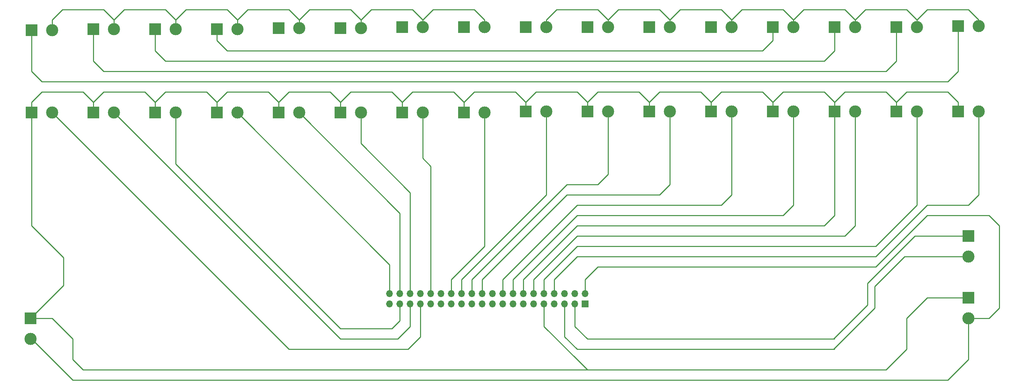
<source format=gbr>
%TF.GenerationSoftware,KiCad,Pcbnew,(6.0.9)*%
%TF.CreationDate,2022-12-20T13:31:30+02:00*%
%TF.ProjectId,piPDU,70695044-552e-46b6-9963-61645f706362,rev?*%
%TF.SameCoordinates,Original*%
%TF.FileFunction,Copper,L1,Top*%
%TF.FilePolarity,Positive*%
%FSLAX46Y46*%
G04 Gerber Fmt 4.6, Leading zero omitted, Abs format (unit mm)*
G04 Created by KiCad (PCBNEW (6.0.9)) date 2022-12-20 13:31:30*
%MOMM*%
%LPD*%
G01*
G04 APERTURE LIST*
%TA.AperFunction,ComponentPad*%
%ADD10R,3.000000X3.000000*%
%TD*%
%TA.AperFunction,ComponentPad*%
%ADD11C,3.000000*%
%TD*%
%TA.AperFunction,ComponentPad*%
%ADD12R,1.700000X1.700000*%
%TD*%
%TA.AperFunction,ComponentPad*%
%ADD13O,1.700000X1.700000*%
%TD*%
%TA.AperFunction,Conductor*%
%ADD14C,0.250000*%
%TD*%
G04 APERTURE END LIST*
D10*
%TO.P,J17,1,Pin_1*%
%TO.N,GND*%
X152400000Y-71628000D03*
D11*
%TO.P,J17,2,Pin_2*%
%TO.N,LED9*%
X157480000Y-71628000D03*
%TD*%
D10*
%TO.P,J13,1,Pin_1*%
%TO.N,GND*%
X121920000Y-71882000D03*
D11*
%TO.P,J13,2,Pin_2*%
%TO.N,LED7*%
X127000000Y-71882000D03*
%TD*%
D10*
%TO.P,J16,1,Pin_1*%
%TO.N,row8*%
X152400000Y-50800000D03*
D11*
%TO.P,J16,2,Pin_2*%
%TO.N,col1*%
X157480000Y-50800000D03*
%TD*%
D10*
%TO.P,J25,1,Pin_1*%
%TO.N,GND*%
X213360000Y-71628000D03*
D11*
%TO.P,J25,2,Pin_2*%
%TO.N,LED13*%
X218440000Y-71628000D03*
%TD*%
D10*
%TO.P,J11,1,Pin_1*%
%TO.N,GND*%
X106680000Y-71882000D03*
D11*
%TO.P,J11,2,Pin_2*%
%TO.N,LED6*%
X111760000Y-71882000D03*
%TD*%
D10*
%TO.P,J28,1,Pin_1*%
%TO.N,row2*%
X243840000Y-50800000D03*
D11*
%TO.P,J28,2,Pin_2*%
%TO.N,col1*%
X248920000Y-50800000D03*
%TD*%
D10*
%TO.P,J27,1,Pin_1*%
%TO.N,GND*%
X228600000Y-71628000D03*
D11*
%TO.P,J27,2,Pin_2*%
%TO.N,LED14*%
X233680000Y-71628000D03*
%TD*%
D10*
%TO.P,J12,1,Pin_1*%
%TO.N,row7*%
X121920000Y-50800000D03*
D11*
%TO.P,J12,2,Pin_2*%
%TO.N,col2*%
X127000000Y-50800000D03*
%TD*%
D10*
%TO.P,J31,1,Pin_1*%
%TO.N,GND*%
X259080000Y-71628000D03*
D11*
%TO.P,J31,2,Pin_2*%
%TO.N,LED16*%
X264160000Y-71628000D03*
%TD*%
D10*
%TO.P,J18,1,Pin_1*%
%TO.N,row7*%
X167640000Y-50800000D03*
D11*
%TO.P,J18,2,Pin_2*%
%TO.N,col1*%
X172720000Y-50800000D03*
%TD*%
D10*
%TO.P,J2,1,Pin_1*%
%TO.N,row2*%
X45720000Y-51308000D03*
D11*
%TO.P,J2,2,Pin_2*%
%TO.N,col2*%
X50800000Y-51308000D03*
%TD*%
D10*
%TO.P,J32,1,Pin_1*%
%TO.N,GND*%
X30226000Y-122682000D03*
D11*
%TO.P,J32,2,Pin_2*%
%TO.N,+5V*%
X30226000Y-127762000D03*
%TD*%
D10*
%TO.P,J1,1,Pin_1*%
%TO.N,GND*%
X30480000Y-71882000D03*
D11*
%TO.P,J1,2,Pin_2*%
%TO.N,LED1*%
X35560000Y-71882000D03*
%TD*%
D10*
%TO.P,J8,1,Pin_1*%
%TO.N,row5*%
X91440000Y-51054000D03*
D11*
%TO.P,J8,2,Pin_2*%
%TO.N,col2*%
X96520000Y-51054000D03*
%TD*%
D12*
%TO.P,J35,1,3V3*%
%TO.N,unconnected-(J35-Pad1)*%
X167095000Y-119047000D03*
D13*
%TO.P,J35,2,5V*%
%TO.N,+5V*%
X167095000Y-116507000D03*
%TO.P,J35,3,SDA/GPIO2*%
%TO.N,Net-(J34-Pad1)*%
X164555000Y-119047000D03*
%TO.P,J35,4,5V*%
%TO.N,unconnected-(J35-Pad4)*%
X164555000Y-116507000D03*
%TO.P,J35,5,SCL/GPIO3*%
%TO.N,Net-(J34-Pad2)*%
X162015000Y-119047000D03*
%TO.P,J35,6,GND*%
%TO.N,unconnected-(J35-Pad6)*%
X162015000Y-116507000D03*
%TO.P,J35,7,GCLK0/GPIO4*%
%TO.N,row8*%
X159475000Y-119047000D03*
%TO.P,J35,8,GPIO14/TXD*%
%TO.N,LED16*%
X159475000Y-116507000D03*
%TO.P,J35,9,GND*%
%TO.N,GND*%
X156935000Y-119047000D03*
%TO.P,J35,10,GPIO15/RXD*%
%TO.N,LED15*%
X156935000Y-116507000D03*
%TO.P,J35,11,GPIO17*%
%TO.N,row7*%
X154395000Y-119047000D03*
%TO.P,J35,12,GPIO18/PWM0*%
%TO.N,LED14*%
X154395000Y-116507000D03*
%TO.P,J35,13,GPIO27*%
%TO.N,row6*%
X151855000Y-119047000D03*
%TO.P,J35,14,GND*%
%TO.N,GND*%
X151855000Y-116507000D03*
%TO.P,J35,15,GPIO22*%
%TO.N,row5*%
X149315000Y-119047000D03*
%TO.P,J35,16,GPIO23*%
%TO.N,LED13*%
X149315000Y-116507000D03*
%TO.P,J35,17,3V3*%
%TO.N,unconnected-(J35-Pad17)*%
X146775000Y-119047000D03*
%TO.P,J35,18,GPIO24*%
%TO.N,LED12*%
X146775000Y-116507000D03*
%TO.P,J35,19,MOSI0/GPIO10*%
%TO.N,col1*%
X144235000Y-119047000D03*
%TO.P,J35,20,GND*%
%TO.N,unconnected-(J35-Pad20)*%
X144235000Y-116507000D03*
%TO.P,J35,21,MISO0/GPIO9*%
%TO.N,row1*%
X141695000Y-119047000D03*
%TO.P,J35,22,GPIO25*%
%TO.N,LED11*%
X141695000Y-116507000D03*
%TO.P,J35,23,SCLK0/GPIO11*%
%TO.N,col2*%
X139155000Y-119047000D03*
%TO.P,J35,24,~{CE0}/GPIO8*%
%TO.N,LED10*%
X139155000Y-116507000D03*
%TO.P,J35,25,GND*%
%TO.N,unconnected-(J35-Pad25)*%
X136615000Y-119047000D03*
%TO.P,J35,26,~{CE1}/GPIO7*%
%TO.N,LED9*%
X136615000Y-116507000D03*
%TO.P,J35,27,ID_SD/GPIO0*%
%TO.N,row2*%
X134075000Y-119047000D03*
%TO.P,J35,28,ID_SC/GPIO1*%
%TO.N,LED8*%
X134075000Y-116507000D03*
%TO.P,J35,29,GCLK1/GPIO5*%
%TO.N,row3*%
X131535000Y-119047000D03*
%TO.P,J35,30,GND*%
%TO.N,unconnected-(J35-Pad30)*%
X131535000Y-116507000D03*
%TO.P,J35,31,GCLK2/GPIO6*%
%TO.N,row4*%
X128995000Y-119047000D03*
%TO.P,J35,32,PWM0/GPIO12*%
%TO.N,LED7*%
X128995000Y-116507000D03*
%TO.P,J35,33,PWM1/GPIO13*%
%TO.N,LED1*%
X126455000Y-119047000D03*
%TO.P,J35,34,GND*%
%TO.N,unconnected-(J35-Pad34)*%
X126455000Y-116507000D03*
%TO.P,J35,35,GPIO19/MISO1*%
%TO.N,LED2*%
X123915000Y-119047000D03*
%TO.P,J35,36,GPIO16*%
%TO.N,LED6*%
X123915000Y-116507000D03*
%TO.P,J35,37,GPIO26*%
%TO.N,LED3*%
X121375000Y-119047000D03*
%TO.P,J35,38,GPIO20/MOSI1*%
%TO.N,LED5*%
X121375000Y-116507000D03*
%TO.P,J35,39,GND*%
%TO.N,unconnected-(J35-Pad39)*%
X118835000Y-119047000D03*
%TO.P,J35,40,GPIO21/SCLK1*%
%TO.N,LED4*%
X118835000Y-116507000D03*
%TD*%
D10*
%TO.P,J14,1,Pin_1*%
%TO.N,row8*%
X137160000Y-50800000D03*
D11*
%TO.P,J14,2,Pin_2*%
%TO.N,col2*%
X142240000Y-50800000D03*
%TD*%
D10*
%TO.P,J20,1,Pin_1*%
%TO.N,row6*%
X182880000Y-50800000D03*
D11*
%TO.P,J20,2,Pin_2*%
%TO.N,col1*%
X187960000Y-50800000D03*
%TD*%
D10*
%TO.P,J4,1,Pin_1*%
%TO.N,row3*%
X60960000Y-51308000D03*
D11*
%TO.P,J4,2,Pin_2*%
%TO.N,col2*%
X66040000Y-51308000D03*
%TD*%
D10*
%TO.P,J9,1,Pin_1*%
%TO.N,GND*%
X91440000Y-71882000D03*
D11*
%TO.P,J9,2,Pin_2*%
%TO.N,LED5*%
X96520000Y-71882000D03*
%TD*%
D10*
%TO.P,J23,1,Pin_1*%
%TO.N,GND*%
X198120000Y-71628000D03*
D11*
%TO.P,J23,2,Pin_2*%
%TO.N,LED12*%
X203200000Y-71628000D03*
%TD*%
D10*
%TO.P,J6,1,Pin_1*%
%TO.N,row4*%
X76200000Y-51308000D03*
D11*
%TO.P,J6,2,Pin_2*%
%TO.N,col2*%
X81280000Y-51308000D03*
%TD*%
D10*
%TO.P,J21,1,Pin_1*%
%TO.N,GND*%
X182880000Y-71628000D03*
D11*
%TO.P,J21,2,Pin_2*%
%TO.N,LED11*%
X187960000Y-71628000D03*
%TD*%
D10*
%TO.P,J29,1,Pin_1*%
%TO.N,GND*%
X243840000Y-71628000D03*
D11*
%TO.P,J29,2,Pin_2*%
%TO.N,LED15*%
X248920000Y-71628000D03*
%TD*%
D10*
%TO.P,J0,1,Pin_1*%
%TO.N,row1*%
X30480000Y-51562000D03*
D11*
%TO.P,J0,2,Pin_2*%
%TO.N,col2*%
X35560000Y-51562000D03*
%TD*%
D10*
%TO.P,J15,1,Pin_1*%
%TO.N,GND*%
X137160000Y-71882000D03*
D11*
%TO.P,J15,2,Pin_2*%
%TO.N,LED8*%
X142240000Y-71882000D03*
%TD*%
D10*
%TO.P,J24,1,Pin_1*%
%TO.N,row4*%
X213360000Y-50800000D03*
D11*
%TO.P,J24,2,Pin_2*%
%TO.N,col1*%
X218440000Y-50800000D03*
%TD*%
D10*
%TO.P,J10,1,Pin_1*%
%TO.N,row6*%
X106680000Y-51054000D03*
D11*
%TO.P,J10,2,Pin_2*%
%TO.N,col2*%
X111760000Y-51054000D03*
%TD*%
D10*
%TO.P,J5,1,Pin_1*%
%TO.N,GND*%
X60960000Y-71882000D03*
D11*
%TO.P,J5,2,Pin_2*%
%TO.N,LED3*%
X66040000Y-71882000D03*
%TD*%
D10*
%TO.P,J22,1,Pin_1*%
%TO.N,row5*%
X198120000Y-50800000D03*
D11*
%TO.P,J22,2,Pin_2*%
%TO.N,col1*%
X203200000Y-50800000D03*
%TD*%
D10*
%TO.P,J34,1,Pin_1*%
%TO.N,Net-(J34-Pad1)*%
X261620000Y-102362000D03*
D11*
%TO.P,J34,2,Pin_2*%
%TO.N,Net-(J34-Pad2)*%
X261620000Y-107442000D03*
%TD*%
D10*
%TO.P,J3,1,Pin_1*%
%TO.N,GND*%
X45720000Y-71882000D03*
D11*
%TO.P,J3,2,Pin_2*%
%TO.N,LED2*%
X50800000Y-71882000D03*
%TD*%
D10*
%TO.P,J30,1,Pin_1*%
%TO.N,row1*%
X259080000Y-50546000D03*
D11*
%TO.P,J30,2,Pin_2*%
%TO.N,col1*%
X264160000Y-50546000D03*
%TD*%
D10*
%TO.P,J26,1,Pin_1*%
%TO.N,row3*%
X228600000Y-50800000D03*
D11*
%TO.P,J26,2,Pin_2*%
%TO.N,col1*%
X233680000Y-50800000D03*
%TD*%
D10*
%TO.P,J33,1,Pin_1*%
%TO.N,GND*%
X261620000Y-117602000D03*
D11*
%TO.P,J33,2,Pin_2*%
%TO.N,+5V*%
X261620000Y-122682000D03*
%TD*%
D10*
%TO.P,J19,1,Pin_1*%
%TO.N,GND*%
X167640000Y-71628000D03*
D11*
%TO.P,J19,2,Pin_2*%
%TO.N,LED10*%
X172720000Y-71628000D03*
%TD*%
D10*
%TO.P,J7,1,Pin_1*%
%TO.N,GND*%
X76200000Y-71882000D03*
D11*
%TO.P,J7,2,Pin_2*%
%TO.N,LED4*%
X81280000Y-71882000D03*
%TD*%
D14*
%TO.N,GND*%
X30480000Y-122682000D02*
X35560000Y-122682000D01*
X30480000Y-99822000D02*
X30480000Y-71882000D01*
X45720000Y-69342000D02*
X45720000Y-71882000D01*
X154940000Y-66802000D02*
X165100000Y-66802000D01*
X226060000Y-99822000D02*
X228600000Y-97282000D01*
X185420000Y-66802000D02*
X195580000Y-66802000D01*
X137160000Y-69342000D02*
X139700000Y-66802000D01*
X195580000Y-66802000D02*
X198120000Y-69342000D01*
X36322000Y-105664000D02*
X30480000Y-99822000D01*
X43180000Y-66802000D02*
X45720000Y-69342000D01*
X215900000Y-66802000D02*
X226060000Y-66802000D01*
X106680000Y-69342000D02*
X109220000Y-66802000D01*
X60960000Y-69342000D02*
X63500000Y-66802000D01*
X246380000Y-130302000D02*
X241300000Y-135382000D01*
X259080000Y-69342000D02*
X259080000Y-71882000D01*
X170180000Y-66802000D02*
X180340000Y-66802000D01*
X93980000Y-66802000D02*
X104140000Y-66802000D01*
X151855000Y-116507000D02*
X151855000Y-113067000D01*
X109220000Y-66802000D02*
X119380000Y-66802000D01*
X198120000Y-69342000D02*
X200660000Y-66802000D01*
X228600000Y-69342000D02*
X228600000Y-71882000D01*
X30480000Y-71882000D02*
X30480000Y-69342000D01*
X78740000Y-66802000D02*
X88900000Y-66802000D01*
X256540000Y-66802000D02*
X259080000Y-69342000D01*
X73660000Y-66802000D02*
X76200000Y-69342000D01*
X104140000Y-66802000D02*
X106680000Y-69342000D01*
X156935000Y-119047000D02*
X156935000Y-124677000D01*
X167640000Y-69342000D02*
X170180000Y-66802000D01*
X88900000Y-66802000D02*
X91440000Y-69342000D01*
X231140000Y-66802000D02*
X241300000Y-66802000D01*
X139700000Y-66802000D02*
X149860000Y-66802000D01*
X182880000Y-69342000D02*
X185420000Y-66802000D01*
X241300000Y-66802000D02*
X243840000Y-69342000D01*
X38354000Y-114554000D02*
X38354000Y-107696000D01*
X165100000Y-66802000D02*
X167640000Y-69342000D01*
X30226000Y-122682000D02*
X38354000Y-114554000D01*
X243840000Y-69342000D02*
X243840000Y-71882000D01*
X124460000Y-66802000D02*
X134620000Y-66802000D01*
X121920000Y-69342000D02*
X124460000Y-66802000D01*
X76200000Y-69342000D02*
X76200000Y-71882000D01*
X243840000Y-69342000D02*
X246380000Y-66802000D01*
X60960000Y-69342000D02*
X60960000Y-71882000D01*
X165100000Y-132842000D02*
X167640000Y-135382000D01*
X200660000Y-66802000D02*
X210820000Y-66802000D01*
X63500000Y-66802000D02*
X73660000Y-66802000D01*
X165100000Y-99822000D02*
X226060000Y-99822000D01*
X213360000Y-69342000D02*
X213360000Y-71882000D01*
X180340000Y-66802000D02*
X182880000Y-69342000D01*
X213360000Y-69342000D02*
X215900000Y-66802000D01*
X152400000Y-69342000D02*
X154940000Y-66802000D01*
X246380000Y-122682000D02*
X246380000Y-130302000D01*
X149860000Y-66802000D02*
X152400000Y-69342000D01*
X251460000Y-117602000D02*
X246380000Y-122682000D01*
X228600000Y-97282000D02*
X228600000Y-71882000D01*
X134620000Y-66802000D02*
X137160000Y-69342000D01*
X40640000Y-132842000D02*
X43180000Y-135382000D01*
X91440000Y-69342000D02*
X93980000Y-66802000D01*
X210820000Y-66802000D02*
X213360000Y-69342000D01*
X167640000Y-69342000D02*
X167640000Y-71882000D01*
X76200000Y-69342000D02*
X78740000Y-66802000D01*
X198120000Y-69342000D02*
X198120000Y-71882000D01*
X261620000Y-117602000D02*
X251460000Y-117602000D01*
X40640000Y-127762000D02*
X40640000Y-132842000D01*
X30480000Y-69342000D02*
X33020000Y-66802000D01*
X48260000Y-66802000D02*
X58420000Y-66802000D01*
X119380000Y-66802000D02*
X121920000Y-69342000D01*
X246380000Y-66802000D02*
X256540000Y-66802000D01*
X91440000Y-69342000D02*
X91440000Y-71882000D01*
X167640000Y-135382000D02*
X170180000Y-135382000D01*
X152400000Y-69342000D02*
X152400000Y-71882000D01*
X151855000Y-113067000D02*
X165100000Y-99822000D01*
X121920000Y-71882000D02*
X121920000Y-69342000D01*
X137160000Y-69342000D02*
X137160000Y-71882000D01*
X38354000Y-107696000D02*
X36322000Y-105664000D01*
X35560000Y-122682000D02*
X40640000Y-127762000D01*
X226060000Y-66802000D02*
X228600000Y-69342000D01*
X182880000Y-69342000D02*
X182880000Y-71882000D01*
X45720000Y-69342000D02*
X48260000Y-66802000D01*
X156935000Y-124677000D02*
X165100000Y-132842000D01*
X33020000Y-66802000D02*
X43180000Y-66802000D01*
X43180000Y-135382000D02*
X63500000Y-135382000D01*
X58420000Y-66802000D02*
X60960000Y-69342000D01*
X106680000Y-69342000D02*
X106680000Y-71882000D01*
X241300000Y-135382000D02*
X45720000Y-135382000D01*
X228600000Y-69342000D02*
X231140000Y-66802000D01*
%TO.N,+5V*%
X238760000Y-109982000D02*
X170180000Y-109982000D01*
X266700000Y-97282000D02*
X251460000Y-97282000D01*
X269240000Y-120142000D02*
X269240000Y-99822000D01*
X167095000Y-113067000D02*
X167095000Y-116507000D01*
X30480000Y-127762000D02*
X40640000Y-137922000D01*
X40640000Y-137922000D02*
X256540000Y-137922000D01*
X269240000Y-99822000D02*
X266700000Y-97282000D01*
X266700000Y-122682000D02*
X269240000Y-120142000D01*
X256540000Y-137922000D02*
X261620000Y-132842000D01*
X170180000Y-109982000D02*
X167095000Y-113067000D01*
X251460000Y-97282000D02*
X238760000Y-109982000D01*
X261620000Y-122682000D02*
X266700000Y-122682000D01*
X261620000Y-132842000D02*
X261620000Y-122682000D01*
%TO.N,Net-(J34-Pad1)*%
X248412000Y-102362000D02*
X236728000Y-114046000D01*
X164555000Y-119047000D02*
X164555000Y-124677000D01*
X236728000Y-114046000D02*
X236728000Y-119380000D01*
X261620000Y-102362000D02*
X248412000Y-102362000D01*
X228600000Y-127762000D02*
X228346000Y-127762000D01*
X228346000Y-127762000D02*
X167640000Y-127762000D01*
X164555000Y-124677000D02*
X167640000Y-127762000D01*
X236728000Y-119380000D02*
X228346000Y-127762000D01*
%TO.N,Net-(J34-Pad2)*%
X245872000Y-107442000D02*
X238506000Y-114808000D01*
X238506000Y-114808000D02*
X238506000Y-120142000D01*
X162015000Y-127217000D02*
X165100000Y-130302000D01*
X228346000Y-130302000D02*
X228600000Y-130302000D01*
X238506000Y-120142000D02*
X228346000Y-130302000D01*
X261620000Y-107442000D02*
X245872000Y-107442000D01*
X165100000Y-130302000D02*
X228346000Y-130302000D01*
X162015000Y-119047000D02*
X162015000Y-127217000D01*
%TO.N,col2*%
X99060000Y-46482000D02*
X109220000Y-46482000D01*
X96520000Y-49022000D02*
X96520000Y-51562000D01*
X78740000Y-46482000D02*
X81280000Y-49022000D01*
X93980000Y-46482000D02*
X96520000Y-49022000D01*
X111760000Y-49022000D02*
X114300000Y-46482000D01*
X53340000Y-46482000D02*
X63500000Y-46482000D01*
X129540000Y-46482000D02*
X139700000Y-46482000D01*
X114300000Y-46482000D02*
X124460000Y-46482000D01*
X83820000Y-46482000D02*
X93980000Y-46482000D01*
X38100000Y-46482000D02*
X48260000Y-46482000D01*
X35560000Y-51562000D02*
X35560000Y-49022000D01*
X109220000Y-46482000D02*
X111760000Y-49022000D01*
X66040000Y-49022000D02*
X68580000Y-46482000D01*
X66040000Y-49022000D02*
X66040000Y-51562000D01*
X96520000Y-49022000D02*
X99060000Y-46482000D01*
X50800000Y-49022000D02*
X53340000Y-46482000D01*
X111760000Y-49022000D02*
X111760000Y-51562000D01*
X81280000Y-49022000D02*
X81280000Y-51562000D01*
X127000000Y-49022000D02*
X129540000Y-46482000D01*
X50800000Y-49022000D02*
X50800000Y-51562000D01*
X124460000Y-46482000D02*
X127000000Y-49022000D01*
X68580000Y-46482000D02*
X78740000Y-46482000D01*
X142240000Y-49022000D02*
X142240000Y-51562000D01*
X81280000Y-49022000D02*
X83820000Y-46482000D01*
X35560000Y-49022000D02*
X38100000Y-46482000D01*
X48260000Y-46482000D02*
X50800000Y-49022000D01*
X63500000Y-46482000D02*
X66040000Y-49022000D01*
X139700000Y-46482000D02*
X142240000Y-49022000D01*
X127000000Y-49022000D02*
X127000000Y-51562000D01*
%TO.N,row1*%
X30480000Y-61722000D02*
X33020000Y-64262000D01*
X33020000Y-64262000D02*
X256540000Y-64262000D01*
X259080000Y-61722000D02*
X259080000Y-51562000D01*
X30480000Y-51562000D02*
X30480000Y-61722000D01*
X256540000Y-64262000D02*
X259080000Y-61722000D01*
%TO.N,LED1*%
X93980000Y-130302000D02*
X35560000Y-71882000D01*
X126455000Y-127217000D02*
X123370000Y-130302000D01*
X126455000Y-119047000D02*
X126455000Y-127217000D01*
X123370000Y-130302000D02*
X93980000Y-130302000D01*
%TO.N,row2*%
X241300000Y-61722000D02*
X243840000Y-59182000D01*
X45720000Y-51562000D02*
X45720000Y-59182000D01*
X45720000Y-59182000D02*
X48260000Y-61722000D01*
X243840000Y-59182000D02*
X243840000Y-51562000D01*
X48260000Y-61722000D02*
X241300000Y-61722000D01*
%TO.N,LED2*%
X50800000Y-71882000D02*
X106680000Y-127762000D01*
X119380000Y-127762000D02*
X106680000Y-127762000D01*
X123915000Y-124677000D02*
X123915000Y-119047000D01*
X120830000Y-127762000D02*
X119380000Y-127762000D01*
X123915000Y-124677000D02*
X120830000Y-127762000D01*
%TO.N,row3*%
X60960000Y-56642000D02*
X60960000Y-51562000D01*
X63500000Y-59182000D02*
X60960000Y-56642000D01*
X228600000Y-51562000D02*
X228600000Y-56642000D01*
X226060000Y-59182000D02*
X63500000Y-59182000D01*
X228600000Y-56642000D02*
X226060000Y-59182000D01*
%TO.N,LED3*%
X66040000Y-84582000D02*
X106680000Y-125222000D01*
X121375000Y-123227000D02*
X121375000Y-119047000D01*
X119380000Y-125222000D02*
X121375000Y-123227000D01*
X106680000Y-125222000D02*
X119380000Y-125222000D01*
X66040000Y-71882000D02*
X66040000Y-84582000D01*
%TO.N,row4*%
X210820000Y-56642000D02*
X213360000Y-54102000D01*
X76200000Y-51562000D02*
X76200000Y-54102000D01*
X213360000Y-54102000D02*
X213360000Y-51562000D01*
X76200000Y-54102000D02*
X78740000Y-56642000D01*
X78740000Y-56642000D02*
X210820000Y-56642000D01*
%TO.N,LED4*%
X81280000Y-71882000D02*
X118835000Y-109437000D01*
X118835000Y-109437000D02*
X118835000Y-116507000D01*
%TO.N,LED5*%
X121375000Y-96737000D02*
X121375000Y-116507000D01*
X96520000Y-71882000D02*
X121375000Y-96737000D01*
%TO.N,LED6*%
X111760000Y-71882000D02*
X111760000Y-79502000D01*
X123915000Y-91657000D02*
X123915000Y-116507000D01*
X111760000Y-79502000D02*
X123915000Y-91657000D01*
%TO.N,LED7*%
X127000000Y-83132000D02*
X128995000Y-85127000D01*
X128995000Y-116507000D02*
X128995000Y-85127000D01*
X127000000Y-71882000D02*
X127000000Y-83132000D01*
%TO.N,LED8*%
X134075000Y-116507000D02*
X134075000Y-113067000D01*
X142240000Y-104902000D02*
X142240000Y-71882000D01*
X134075000Y-113067000D02*
X142240000Y-104902000D01*
%TO.N,col1*%
X251460000Y-46482000D02*
X261620000Y-46482000D01*
X218440000Y-49022000D02*
X218440000Y-51562000D01*
X261620000Y-46482000D02*
X264160000Y-49022000D01*
X170180000Y-46482000D02*
X172720000Y-49022000D01*
X187960000Y-49022000D02*
X187960000Y-51562000D01*
X231140000Y-46482000D02*
X233680000Y-49022000D01*
X248920000Y-49022000D02*
X251460000Y-46482000D01*
X185420000Y-46482000D02*
X187960000Y-49022000D01*
X190500000Y-46482000D02*
X200660000Y-46482000D01*
X218440000Y-49022000D02*
X220980000Y-46482000D01*
X205740000Y-46482000D02*
X215900000Y-46482000D01*
X200660000Y-46482000D02*
X203200000Y-49022000D01*
X175260000Y-46482000D02*
X185420000Y-46482000D01*
X160020000Y-46482000D02*
X170180000Y-46482000D01*
X233680000Y-49022000D02*
X233680000Y-51562000D01*
X172720000Y-49022000D02*
X172720000Y-51562000D01*
X157480000Y-49022000D02*
X160020000Y-46482000D01*
X220980000Y-46482000D02*
X231140000Y-46482000D01*
X172720000Y-49022000D02*
X175260000Y-46482000D01*
X236220000Y-46482000D02*
X246380000Y-46482000D01*
X157480000Y-51562000D02*
X157480000Y-49022000D01*
X203200000Y-49022000D02*
X205740000Y-46482000D01*
X215900000Y-46482000D02*
X218440000Y-49022000D01*
X203200000Y-49022000D02*
X203200000Y-51562000D01*
X264160000Y-49022000D02*
X264160000Y-51562000D01*
X248920000Y-49022000D02*
X248920000Y-51562000D01*
X187960000Y-49022000D02*
X190500000Y-46482000D01*
X246380000Y-46482000D02*
X248920000Y-49022000D01*
X233680000Y-49022000D02*
X236220000Y-46482000D01*
%TO.N,LED9*%
X136615000Y-116507000D02*
X136615000Y-113067000D01*
X157480000Y-92202000D02*
X157480000Y-71882000D01*
X136615000Y-113067000D02*
X157480000Y-92202000D01*
%TO.N,LED10*%
X139155000Y-113067000D02*
X162560000Y-89662000D01*
X162560000Y-89662000D02*
X170180000Y-89662000D01*
X139155000Y-116507000D02*
X139155000Y-113067000D01*
X172720000Y-87122000D02*
X172720000Y-71882000D01*
X170180000Y-89662000D02*
X172720000Y-87122000D01*
%TO.N,LED11*%
X187960000Y-89662000D02*
X187960000Y-71882000D01*
X162560000Y-92202000D02*
X185420000Y-92202000D01*
X185420000Y-92202000D02*
X187960000Y-89662000D01*
X141695000Y-113067000D02*
X162560000Y-92202000D01*
X141695000Y-116507000D02*
X141695000Y-113067000D01*
%TO.N,LED12*%
X203200000Y-71882000D02*
X203200000Y-92202000D01*
X146775000Y-113067000D02*
X146775000Y-116507000D01*
X165100000Y-94742000D02*
X146775000Y-113067000D01*
X200660000Y-94742000D02*
X165100000Y-94742000D01*
X203200000Y-92202000D02*
X200660000Y-94742000D01*
%TO.N,LED13*%
X218440000Y-94742000D02*
X218440000Y-71882000D01*
X149315000Y-116507000D02*
X149315000Y-113067000D01*
X149315000Y-113067000D02*
X165100000Y-97282000D01*
X215900000Y-97282000D02*
X218440000Y-94742000D01*
X165100000Y-97282000D02*
X215900000Y-97282000D01*
%TO.N,LED14*%
X233680000Y-99822000D02*
X233680000Y-71882000D01*
X165100000Y-102362000D02*
X231140000Y-102362000D01*
X154395000Y-116507000D02*
X154395000Y-113067000D01*
X231140000Y-102362000D02*
X233680000Y-99822000D01*
X154395000Y-113067000D02*
X165100000Y-102362000D01*
%TO.N,LED15*%
X248920000Y-94742000D02*
X238760000Y-104902000D01*
X156935000Y-113067000D02*
X156935000Y-116507000D01*
X248920000Y-71882000D02*
X248920000Y-94742000D01*
X165100000Y-104902000D02*
X156935000Y-113067000D01*
X238760000Y-104902000D02*
X165100000Y-104902000D01*
%TO.N,LED16*%
X261620000Y-94742000D02*
X264160000Y-92202000D01*
X159475000Y-116507000D02*
X159475000Y-113067000D01*
X251460000Y-94742000D02*
X261620000Y-94742000D01*
X238760000Y-107442000D02*
X251460000Y-94742000D01*
X264160000Y-92202000D02*
X264160000Y-71882000D01*
X165100000Y-107442000D02*
X238760000Y-107442000D01*
X159475000Y-113067000D02*
X165100000Y-107442000D01*
%TD*%
M02*

</source>
